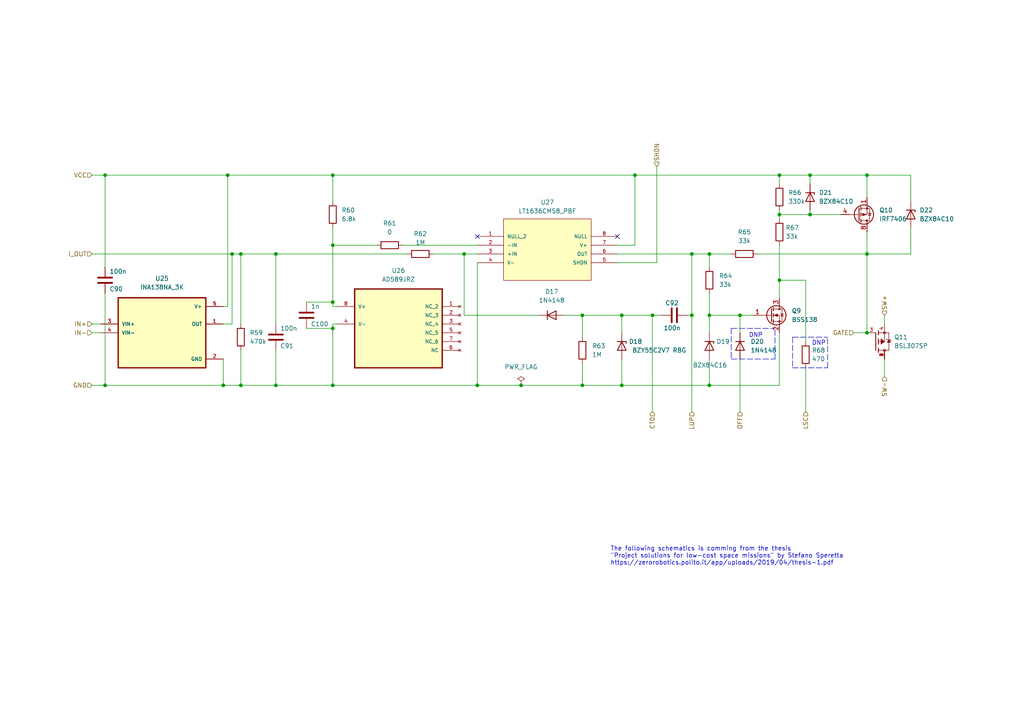
<source format=kicad_sch>
(kicad_sch (version 20211123) (generator eeschema)
  (paper "A4")
  (lib_symbols
    (symbol "Device:C" (pin_numbers hide) (pin_names (offset 0.254))
      (property "Reference" "C" (at 0.635 2.54 0))
      (property "Value" "C" (at 0.635 -2.54 0))
      (symbol "C_0_1"
        (polyline (pts (xy -2.032 -0.762) (xy 2.032 -0.762)) (stroke (width 0.508)))
        (polyline (pts (xy -2.032 0.762) (xy 2.032 0.762)) (stroke (width 0.508)))
      )
      (symbol "C_1_1"
        (pin passive line (at 0 3.81 270) (length 2.794) (name "~") (number "1"))
        (pin passive line (at 0 -3.81 90) (length 2.794) (name "~") (number "2"))
      )
    )
    (symbol "Device:D_Zener" (pin_numbers hide) (pin_names (offset 1.016) hide)
      (property "Reference" "D" (at 0 2.54 0))
      (property "Value" "D_Zener" (at 0 -2.54 0))
      (symbol "D_Zener_0_1"
        (polyline (pts (xy 1.27 0) (xy -1.27 0)))
        (polyline (pts (xy -1.27 -1.27) (xy -1.27 1.27) (xy -0.762 1.27)) (stroke (width 0.254)))
        (polyline (pts (xy 1.27 -1.27) (xy 1.27 1.27) (xy -1.27 0) (xy 1.27 -1.27)) (stroke (width 0.254)))
      )
      (symbol "D_Zener_1_1"
        (pin passive line (at -3.81 0 0) (length 2.54) (name "K") (number "1"))
        (pin passive line (at 3.81 0 180) (length 2.54) (name "A") (number "2"))
      )
    )
    (symbol "Device:R" (pin_numbers hide) (pin_names (offset 0))
      (property "Reference" "R" (at 2.032 0 90))
      (property "Value" "R" (at 0 0 90))
      (symbol "R_0_1"
        (rectangle (start -1.016 -2.54) (end 1.016 2.54) (stroke (width 0.254)))
      )
      (symbol "R_1_1"
        (pin passive line (at 0 3.81 270) (length 1.27) (name "~") (number "1"))
        (pin passive line (at 0 -3.81 90) (length 1.27) (name "~") (number "2"))
      )
    )
    (symbol "Diode:1N4148" (pin_numbers hide) (pin_names hide)
      (property "Reference" "D" (at 0 2.54 0))
      (property "Value" "1N4148" (at 0 -2.54 0))
      (symbol "1N4148_0_1"
        (polyline (pts (xy -1.27 1.27) (xy -1.27 -1.27)) (stroke (width 0.254)))
        (polyline (pts (xy 1.27 0) (xy -1.27 0)))
        (polyline (pts (xy 1.27 1.27) (xy 1.27 -1.27) (xy -1.27 0) (xy 1.27 1.27)) (stroke (width 0.254)))
      )
      (symbol "1N4148_1_1"
        (pin passive line (at -3.81 0 0) (length 2.54) (name "K") (number "1"))
        (pin passive line (at 3.81 0 180) (length 2.54) (name "A") (number "2"))
      )
    )
    (symbol "Diode:BZX84Cxx" (pin_numbers hide) (pin_names hide)
      (property "Reference" "D" (at 0 3.81 0))
      (property "Value" "BZX84Cxx" (at 0 -3.81 0))
      (symbol "BZX84Cxx_0_1"
        (polyline (pts (xy 1.27 0) (xy -1.27 0)))
        (polyline (pts (xy -1.27 -1.27) (xy -1.27 1.27) (xy -0.762 1.27)) (stroke (width 0.254)))
        (polyline (pts (xy 1.27 -1.27) (xy 1.27 1.27) (xy -1.27 0) (xy 1.27 -1.27)) (stroke (width 0.254)))
      )
      (symbol "BZX84Cxx_1_1"
        (pin passive line (at 3.81 0 180) (length 2.54) (name "A") (number "1"))
        (pin no_connect line (at 1.27 0 180) (length 2.54) hide (name "NC") (number "2"))
        (pin passive line (at -3.81 0 0) (length 2.54) (name "K") (number "3"))
      )
    )
    (symbol "STS1_COBC_V2-rescue:AD589JRZ" (pin_names (offset 1.016))
      (property "Reference" "U" (at -4.4001 9.8176 0))
      (property "Value" "AD589JRZ" (at -6.2314 -18.7959 0))
      (symbol "AD589JRZ_0_0"
        (rectangle (start -12.7 -15.24) (end 12.7 7.62) (stroke (width 0.4064)) (fill (type background)))
        (pin no_connect line (at 17.78 2.54 180) (length 5.08) (name "NC_2") (number "1"))
        (pin no_connect line (at 17.78 0 180) (length 5.08) (name "NC_3") (number "2"))
        (pin no_connect line (at 17.78 -2.54 180) (length 5.08) (name "NC_4") (number "3"))
        (pin power_in line (at -17.78 -2.54 0) (length 5.08) (name "V-") (number "4"))
        (pin no_connect line (at 17.78 -5.08 180) (length 5.08) (name "NC_5") (number "5"))
        (pin no_connect line (at 17.78 -10.16 180) (length 5.08) (name "NC") (number "6"))
        (pin no_connect line (at 17.78 -7.62 180) (length 5.08) (name "NC_6") (number "7"))
        (pin power_in line (at -17.78 2.54 0) (length 5.08) (name "V+") (number "8"))
      )
    )
    (symbol "STS1_COBC_V2-rescue:BSL307SP" (pin_names (offset 1.016))
      (property "Reference" "Q" (at -11.43 -1.27 0))
      (property "Value" "BSL307SP" (at -11.43 -3.81 0))
      (symbol "BSL307SP_0_0"
        (polyline (pts (xy 0 -2.54) (xy 0 2.54)) (stroke (width 0.254)))
        (polyline (pts (xy 0.762 -3.175) (xy 0.762 -2.54)) (stroke (width 0.254)))
        (polyline (pts (xy 0.762 -2.54) (xy 0.762 -1.905)) (stroke (width 0.254)))
        (polyline (pts (xy 0.762 -2.54) (xy 3.81 -2.54)) (stroke (width 0.1524)))
        (polyline (pts (xy 0.762 -0.762) (xy 0.762 0)) (stroke (width 0.254)))
        (polyline (pts (xy 0.762 0) (xy 0.762 0.762)) (stroke (width 0.254)))
        (polyline (pts (xy 0.762 0) (xy 2.54 0)) (stroke (width 0.1524)))
        (polyline (pts (xy 0.762 1.905) (xy 0.762 2.54)) (stroke (width 0.254)))
        (polyline (pts (xy 0.762 2.54) (xy 0.762 3.175)) (stroke (width 0.254)))
        (polyline (pts (xy 2.54 0) (xy 2.54 2.54)) (stroke (width 0.1524)))
        (polyline (pts (xy 2.54 2.54) (xy 0.762 2.54)) (stroke (width 0.1524)))
        (polyline (pts (xy 2.54 2.54) (xy 3.81 2.54)) (stroke (width 0.1524)))
        (polyline (pts (xy 3.048 0.762) (xy 3.302 0.508)) (stroke (width 0.1524)))
        (polyline (pts (xy 3.302 0.508) (xy 3.81 0.508)) (stroke (width 0.1524)))
        (polyline (pts (xy 3.81 -2.54) (xy 3.81 0.508)) (stroke (width 0.1524)))
        (polyline (pts (xy 3.81 0.508) (xy 3.81 2.54)) (stroke (width 0.1524)))
        (polyline (pts (xy 3.81 0.508) (xy 4.318 0.508)) (stroke (width 0.1524)))
        (polyline (pts (xy 4.318 0.508) (xy 4.572 0.254)) (stroke (width 0.1524)))
        (polyline (pts (xy 2.54 0) (xy 1.524 0.762) (xy 1.524 -0.762) (xy 2.54 0)) (stroke (width 0.1524)) (fill (type outline)))
        (polyline (pts (xy 3.81 0.508) (xy 4.318 -0.254) (xy 3.302 -0.254) (xy 3.81 0.508)) (stroke (width 0.1524)) (fill (type outline)))
        (circle (center 2.54 -2.54) (radius 0.3592))
        (circle (center 2.54 2.54) (radius 0.3592))
        (pin passive line (at 2.54 -5.08 90) (length 2.54) (name "~") (number "1"))
        (pin passive line (at 2.54 -5.08 90) (length 2.54) (name "~") (number "2"))
        (pin passive line (at -2.54 2.54 0) (length 2.54) (name "~") (number "3"))
        (pin passive line (at 2.54 5.08 270) (length 2.54) (name "~") (number "4"))
        (pin passive line (at 2.54 -5.08 90) (length 2.54) (name "~") (number "5"))
        (pin passive line (at 2.54 -5.08 90) (length 2.54) (name "~") (number "6"))
      )
    )
    (symbol "STS1_COBC_V2-rescue:INA138NA_3K" (pin_names (offset 1.016))
      (property "Reference" "U" (at -12.7 11.16 0))
      (property "Value" "INA138NA_3K" (at -12.7 -14.16 0))
      (symbol "INA138NA_3K_0_0"
        (rectangle (start -12.7 -10.16) (end 12.7 10.16) (stroke (width 0.41)) (fill (type background)))
        (pin output line (at 17.78 2.54 180) (length 5.08) (name "OUT") (number "1"))
        (pin power_in line (at 17.78 -7.62 180) (length 5.08) (name "GND") (number "2"))
        (pin input line (at -17.78 2.54 0) (length 5.08) (name "VIN+") (number "3"))
        (pin input line (at -17.78 0 0) (length 5.08) (name "VIN-") (number "4"))
        (pin power_in line (at 17.78 7.62 180) (length 5.08) (name "V+") (number "5"))
      )
    )
    (symbol "STS1_COBC_V2-rescue:LT1636CMS8_PBF" (pin_names (offset 1.016))
      (property "Reference" "U" (at 15.6227 9.1344 0))
      (property "Value" "LT1636CMS8_PBF" (at 14.9837 6.5888 0))
      (symbol "LT1636CMS8_PBF_0_0"
        (rectangle (start 7.62 -12.7) (end 33.02 5.08) (stroke (width 0.1524)) (fill (type background)))
        (pin passive line (at 0 0 0) (length 7.62) (name "NULL_2") (number "1"))
        (pin input line (at 0 -2.54 0) (length 7.62) (name "-IN") (number "2"))
        (pin input line (at 0 -5.08 0) (length 7.62) (name "+IN") (number "3"))
        (pin power_in line (at 0 -7.62 0) (length 7.62) (name "V-") (number "4"))
        (pin passive line (at 40.64 -7.62 180) (length 7.62) (name "SHDN") (number "5"))
        (pin tri_state line (at 40.64 -5.08 180) (length 7.62) (name "OUT") (number "6"))
        (pin power_in line (at 40.64 -2.54 180) (length 7.62) (name "V+") (number "7"))
        (pin passive line (at 40.64 0 180) (length 7.62) (name "NULL") (number "8"))
      )
    )
    (symbol "Transistor_FET:BSS138" (pin_names hide)
      (property "Reference" "Q" (at 5.08 1.905 0))
      (property "Value" "BSS138" (at 5.08 0 0))
      (symbol "BSS138_0_1"
        (polyline (pts (xy 0.254 0) (xy -2.54 0)))
        (polyline (pts (xy 0.254 1.905) (xy 0.254 -1.905)) (stroke (width 0.254)))
        (polyline (pts (xy 0.762 -1.27) (xy 0.762 -2.286)) (stroke (width 0.254)))
        (polyline (pts (xy 0.762 0.508) (xy 0.762 -0.508)) (stroke (width 0.254)))
        (polyline (pts (xy 0.762 2.286) (xy 0.762 1.27)) (stroke (width 0.254)))
        (polyline (pts (xy 2.54 2.54) (xy 2.54 1.778)))
        (polyline (pts (xy 2.54 -2.54) (xy 2.54 0) (xy 0.762 0)))
        (polyline (pts (xy 0.762 -1.778) (xy 3.302 -1.778) (xy 3.302 1.778) (xy 0.762 1.778)))
        (polyline (pts (xy 1.016 0) (xy 2.032 0.381) (xy 2.032 -0.381) (xy 1.016 0)) (fill (type outline)))
        (polyline (pts (xy 2.794 0.508) (xy 2.921 0.381) (xy 3.683 0.381) (xy 3.81 0.254)))
        (polyline (pts (xy 3.302 0.381) (xy 2.921 -0.254) (xy 3.683 -0.254) (xy 3.302 0.381)))
        (circle (center 1.651 0) (radius 2.794) (stroke (width 0.254)))
        (circle (center 2.54 -1.778) (radius 0.254) (fill (type outline)))
        (circle (center 2.54 1.778) (radius 0.254) (fill (type outline)))
      )
      (symbol "BSS138_1_1"
        (pin input line (at -5.08 0 0) (length 2.54) (name "G") (number "1"))
        (pin passive line (at 2.54 -5.08 90) (length 2.54) (name "S") (number "2"))
        (pin passive line (at 2.54 5.08 270) (length 2.54) (name "D") (number "3"))
      )
    )
    (symbol "Transistor_FET:IRF7404" (pin_names hide)
      (property "Reference" "Q" (at 5.08 1.905 0))
      (property "Value" "IRF7404" (at 5.08 0 0))
      (symbol "IRF7404_0_1"
        (polyline (pts (xy 0.254 0) (xy -2.54 0)))
        (polyline (pts (xy 0.254 1.905) (xy 0.254 -1.905)) (stroke (width 0.254)))
        (polyline (pts (xy 0.762 -1.27) (xy 0.762 -2.286)) (stroke (width 0.254)))
        (polyline (pts (xy 0.762 0.508) (xy 0.762 -0.508)) (stroke (width 0.254)))
        (polyline (pts (xy 0.762 2.286) (xy 0.762 1.27)) (stroke (width 0.254)))
        (polyline (pts (xy 2.54 2.54) (xy 2.54 1.778)))
        (polyline (pts (xy 2.54 -2.54) (xy 2.54 0) (xy 0.762 0)))
        (polyline (pts (xy 0.762 1.778) (xy 3.302 1.778) (xy 3.302 -1.778) (xy 0.762 -1.778)))
        (polyline (pts (xy 2.286 0) (xy 1.27 0.381) (xy 1.27 -0.381) (xy 2.286 0)) (fill (type outline)))
        (polyline (pts (xy 2.794 -0.508) (xy 2.921 -0.381) (xy 3.683 -0.381) (xy 3.81 -0.254)))
        (polyline (pts (xy 3.302 -0.381) (xy 2.921 0.254) (xy 3.683 0.254) (xy 3.302 -0.381)))
        (circle (center 1.651 0) (radius 2.794) (stroke (width 0.254)))
        (circle (center 2.54 -1.778) (radius 0.254) (fill (type outline)))
        (circle (center 2.54 1.778) (radius 0.254) (fill (type outline)))
      )
      (symbol "IRF7404_1_1"
        (pin passive line (at 2.54 -5.08 90) (length 2.54) (name "S") (number "1"))
        (pin passive line (at 2.54 -5.08 90) (length 2.54) hide (name "S") (number "2"))
        (pin passive line (at 2.54 -5.08 90) (length 2.54) hide (name "S") (number "3"))
        (pin passive line (at -5.08 0 0) (length 2.54) (name "G") (number "4"))
        (pin passive line (at 2.54 5.08 270) (length 2.54) hide (name "D") (number "5"))
        (pin passive line (at 2.54 5.08 270) (length 2.54) hide (name "D") (number "6"))
        (pin passive line (at 2.54 5.08 270) (length 2.54) hide (name "D") (number "7"))
        (pin passive line (at 2.54 5.08 270) (length 2.54) (name "D") (number "8"))
      )
    )
    (symbol "power:PWR_FLAG" (power) (pin_numbers hide) (pin_names (offset 0) hide)
      (property "Value" "PWR_FLAG" (at 0 3.81 0))
      (symbol "PWR_FLAG_0_0"
        (pin power_out line (at 0 0 90) (length 0) (name "pwr") (number "1"))
      )
      (symbol "PWR_FLAG_0_1"
        (polyline (pts (xy 0 0) (xy 0 1.27) (xy -1.016 1.905) (xy 0 2.54) (xy 1.016 1.905) (xy 0 1.27)))
      )
    )
  )
  (junction (at 205.74 111.76))
  (junction (at 200.66 73.66))
  (junction (at 214.63 91.44))
  (junction (at 96.52 50.8))
  (junction (at 180.34 91.44))
  (junction (at 69.85 111.76))
  (junction (at 134.62 73.66))
  (junction (at 96.52 71.12))
  (junction (at 251.46 96.52))
  (junction (at 226.06 50.8))
  (junction (at 151.13 111.76))
  (junction (at 234.95 50.8))
  (junction (at 138.43 111.76))
  (junction (at 64.77 111.76))
  (junction (at 96.52 95.25))
  (junction (at 205.74 91.44))
  (junction (at 30.48 111.76))
  (junction (at 80.01 73.66))
  (junction (at 69.85 73.66))
  (junction (at 168.91 111.76))
  (junction (at 96.52 111.76))
  (junction (at 168.91 91.44))
  (junction (at 200.66 91.44))
  (junction (at 251.46 73.66))
  (junction (at 180.34 111.76))
  (junction (at 226.06 62.23))
  (junction (at 67.31 73.66))
  (junction (at 96.52 87.63))
  (junction (at 189.23 91.44))
  (junction (at 30.48 50.8))
  (junction (at 234.95 62.23))
  (junction (at 251.46 50.8))
  (junction (at 66.04 50.8))
  (junction (at 226.06 81.28))
  (junction (at 80.01 111.76))
  (junction (at 205.74 73.66))
  (junction (at 184.15 50.8))
  (no_connect (at 179.07 68.58))
  (no_connect (at 138.43 68.58))
  (wire (pts (xy 69.85 111.76) (xy 64.77 111.76)))
  (wire (pts (xy 205.74 73.66) (xy 205.74 77.47)))
  (wire (pts (xy 184.15 50.8) (xy 226.06 50.8)))
  (wire (pts (xy 184.15 71.12) (xy 184.15 50.8)))
  (wire (pts (xy 64.77 93.98) (xy 67.31 93.98)))
  (wire (pts (xy 26.67 93.98) (xy 29.21 93.98)))
  (wire (pts (xy 168.91 111.76) (xy 180.34 111.76)))
  (wire (pts (xy 189.23 91.44) (xy 191.77 91.44)))
  (wire (pts (xy 205.74 73.66) (xy 212.09 73.66)))
  (wire (pts (xy 163.83 91.44) (xy 168.91 91.44)))
  (wire (pts (xy 69.85 73.66) (xy 80.01 73.66)))
  (wire (pts (xy 80.01 101.6) (xy 80.01 111.76)))
  (wire (pts (xy 199.39 91.44) (xy 200.66 91.44)))
  (wire (pts (xy 116.84 71.12) (xy 138.43 71.12)))
  (wire (pts (xy 30.48 50.8) (xy 30.48 77.47)))
  (wire (pts (xy 179.07 71.12) (xy 184.15 71.12)))
  (wire (pts (xy 179.07 76.2) (xy 190.5 76.2)))
  (wire (pts (xy 226.06 50.8) (xy 226.06 53.34)))
  (wire (pts (xy 96.52 71.12) (xy 109.22 71.12)))
  (wire (pts (xy 156.21 91.44) (xy 134.62 91.44)))
  (wire (pts (xy 256.54 104.14) (xy 256.54 109.22)))
  (wire (pts (xy 96.52 87.63) (xy 96.52 88.9)))
  (wire (pts (xy 67.31 93.98) (xy 67.31 73.66)))
  (polyline (pts (xy 229.87 97.79) (xy 240.03 97.79)))
  (wire (pts (xy 30.48 50.8) (xy 66.04 50.8)))
  (polyline (pts (xy 229.87 106.68) (xy 240.03 106.68)))
  (wire (pts (xy 226.06 60.96) (xy 226.06 62.23)))
  (wire (pts (xy 96.52 66.04) (xy 96.52 71.12)))
  (wire (pts (xy 234.95 50.8) (xy 234.95 53.34)))
  (wire (pts (xy 226.06 62.23) (xy 226.06 63.5)))
  (wire (pts (xy 256.54 91.44) (xy 256.54 93.98)))
  (wire (pts (xy 247.65 96.52) (xy 251.46 96.52)))
  (wire (pts (xy 67.31 73.66) (xy 69.85 73.66)))
  (wire (pts (xy 264.16 58.42) (xy 264.16 50.8)))
  (wire (pts (xy 226.06 71.12) (xy 226.06 81.28)))
  (wire (pts (xy 96.52 95.25) (xy 96.52 111.76)))
  (wire (pts (xy 88.9 87.63) (xy 96.52 87.63)))
  (wire (pts (xy 151.13 111.76) (xy 168.91 111.76)))
  (wire (pts (xy 69.85 111.76) (xy 80.01 111.76)))
  (wire (pts (xy 26.67 50.8) (xy 30.48 50.8)))
  (wire (pts (xy 214.63 104.14) (xy 214.63 119.38)))
  (wire (pts (xy 69.85 73.66) (xy 69.85 93.98)))
  (wire (pts (xy 134.62 91.44) (xy 134.62 73.66)))
  (wire (pts (xy 219.71 73.66) (xy 251.46 73.66)))
  (wire (pts (xy 168.91 91.44) (xy 180.34 91.44)))
  (polyline (pts (xy 212.09 95.25) (xy 212.09 104.14)))
  (wire (pts (xy 214.63 91.44) (xy 205.74 91.44)))
  (polyline (pts (xy 212.09 95.25) (xy 224.79 95.25)))
  (wire (pts (xy 189.23 91.44) (xy 189.23 119.38)))
  (wire (pts (xy 234.95 50.8) (xy 251.46 50.8)))
  (wire (pts (xy 30.48 85.09) (xy 30.48 111.76)))
  (wire (pts (xy 226.06 62.23) (xy 234.95 62.23)))
  (wire (pts (xy 96.52 93.98) (xy 96.52 95.25)))
  (wire (pts (xy 96.52 50.8) (xy 96.52 58.42)))
  (wire (pts (xy 96.52 50.8) (xy 184.15 50.8)))
  (wire (pts (xy 251.46 57.15) (xy 251.46 50.8)))
  (polyline (pts (xy 229.87 97.79) (xy 229.87 106.68)))
  (wire (pts (xy 180.34 91.44) (xy 180.34 96.52)))
  (wire (pts (xy 66.04 50.8) (xy 66.04 88.9)))
  (wire (pts (xy 214.63 91.44) (xy 218.44 91.44)))
  (wire (pts (xy 97.79 88.9) (xy 96.52 88.9)))
  (wire (pts (xy 168.91 105.41) (xy 168.91 111.76)))
  (wire (pts (xy 214.63 96.52) (xy 214.63 91.44)))
  (wire (pts (xy 251.46 73.66) (xy 264.16 73.66)))
  (wire (pts (xy 134.62 73.66) (xy 138.43 73.66)))
  (wire (pts (xy 200.66 73.66) (xy 205.74 73.66)))
  (wire (pts (xy 205.74 85.09) (xy 205.74 91.44)))
  (wire (pts (xy 97.79 93.98) (xy 96.52 93.98)))
  (wire (pts (xy 125.73 73.66) (xy 134.62 73.66)))
  (wire (pts (xy 205.74 111.76) (xy 226.06 111.76)))
  (wire (pts (xy 226.06 96.52) (xy 226.06 111.76)))
  (polyline (pts (xy 224.79 104.14) (xy 224.79 95.25)))
  (wire (pts (xy 138.43 111.76) (xy 151.13 111.76)))
  (wire (pts (xy 180.34 111.76) (xy 205.74 111.76)))
  (wire (pts (xy 80.01 73.66) (xy 118.11 73.66)))
  (wire (pts (xy 264.16 50.8) (xy 251.46 50.8)))
  (wire (pts (xy 80.01 111.76) (xy 96.52 111.76)))
  (wire (pts (xy 200.66 91.44) (xy 200.66 119.38)))
  (wire (pts (xy 69.85 101.6) (xy 69.85 111.76)))
  (wire (pts (xy 180.34 91.44) (xy 189.23 91.44)))
  (wire (pts (xy 205.74 104.14) (xy 205.74 111.76)))
  (wire (pts (xy 26.67 96.52) (xy 29.21 96.52)))
  (wire (pts (xy 226.06 50.8) (xy 234.95 50.8)))
  (wire (pts (xy 233.68 99.06) (xy 233.68 81.28)))
  (wire (pts (xy 168.91 91.44) (xy 168.91 97.79)))
  (wire (pts (xy 64.77 88.9) (xy 66.04 88.9)))
  (wire (pts (xy 96.52 111.76) (xy 138.43 111.76)))
  (wire (pts (xy 226.06 81.28) (xy 226.06 86.36)))
  (wire (pts (xy 66.04 50.8) (xy 96.52 50.8)))
  (polyline (pts (xy 212.09 104.14) (xy 224.79 104.14)))
  (polyline (pts (xy 240.03 106.68) (xy 240.03 97.79)))
  (wire (pts (xy 96.52 71.12) (xy 96.52 87.63)))
  (wire (pts (xy 251.46 96.52) (xy 251.46 73.66)))
  (wire (pts (xy 80.01 73.66) (xy 80.01 93.98)))
  (wire (pts (xy 180.34 104.14) (xy 180.34 111.76)))
  (wire (pts (xy 234.95 62.23) (xy 234.95 60.96)))
  (wire (pts (xy 138.43 76.2) (xy 138.43 111.76)))
  (wire (pts (xy 226.06 81.28) (xy 233.68 81.28)))
  (wire (pts (xy 233.68 106.68) (xy 233.68 119.38)))
  (wire (pts (xy 26.67 73.66) (xy 67.31 73.66)))
  (wire (pts (xy 190.5 76.2) (xy 190.5 48.26)))
  (wire (pts (xy 264.16 66.04) (xy 264.16 73.66)))
  (wire (pts (xy 64.77 104.14) (xy 64.77 111.76)))
  (wire (pts (xy 200.66 73.66) (xy 200.66 91.44)))
  (wire (pts (xy 234.95 62.23) (xy 243.84 62.23)))
  (wire (pts (xy 205.74 91.44) (xy 205.74 96.52)))
  (wire (pts (xy 251.46 67.31) (xy 251.46 73.66)))
  (wire (pts (xy 88.9 95.25) (xy 96.52 95.25)))
  (wire (pts (xy 179.07 73.66) (xy 200.66 73.66)))
  (wire (pts (xy 30.48 111.76) (xy 64.77 111.76)))
  (wire (pts (xy 26.67 111.76) (xy 30.48 111.76)))
  (text "DNP" (at 235.458 100.33 0) (effects (font (size 1.27 1.27)) (justify left bottom)))
  (text "DNP" (at 217.17 98.044 0) (effects (font (size 1.27 1.27)) (justify left bottom)))
  (text "The following schematics is comming from the thesis\n\"Project solutions for low-cost space missions\" by Stefano Speretta\nhttps://zerorobotics.polito.it/app/uploads/2019/04/thesis-1.pdf" (at 177.038 164.084 0) (effects (font (size 1.27 1.27)) (justify left bottom)))
  (hierarchical_label "OFF" (shape input) (at 214.63 119.38 270))
  (hierarchical_label "LUP" (shape input) (at 200.66 119.38 270))
  (hierarchical_label "GATE" (shape input) (at 247.65 96.52 180))
  (hierarchical_label "SW+" (shape input) (at 256.54 91.44 90))
  (hierarchical_label "GND" (shape input) (at 26.67 111.76 180))
  (hierarchical_label "VCC" (shape input) (at 26.67 50.8 180))
  (hierarchical_label "IN+" (shape input) (at 26.67 93.98 180))
  (hierarchical_label "CT0" (shape input) (at 189.23 119.38 270))
  (hierarchical_label "LSC" (shape input) (at 233.68 119.38 270))
  (hierarchical_label "SHDN" (shape input) (at 190.5 48.26 90))
  (hierarchical_label "SW-" (shape input) (at 256.54 109.22 270))
  (hierarchical_label "IN-" (shape input) (at 26.67 96.52 180))
  (hierarchical_label "I_OUT" (shape input) (at 26.67 73.66 180))
  (symbol (lib_id "STS1_COBC_V2-rescue:INA138NA_3K") (at 46.99 96.52 0) (unit 1)
    (property "Reference" "U25" (at 46.99 80.772 0))
    (property "Value" "INA138NA_3K" (at 46.99 83.312 0))
    (property "Footprint" "Package_TO_SOT_SMD:SOT-23-5" (effects hide))
    (property "MF" "Texas Instruments" (effects hide))
    (property "Description" "2.7 to 36V, 800kHz Variable gain current sense amplifier" (effects hide))
    (property "Package" "SOT-23-5 Texas Instruments" (effects hide))
    (property "Price" "None" (effects hide))
    (property "SnapEDA_Link" "https://www.snapeda.com/parts/INA138NA/3K/Texas+Instruments/view-part/?ref=snap" (effects hide))
    (property "MP" "INA138NA/3K" (effects hide))
    (property "Purchase-URL" "https://www.snapeda.com/api/url_track_click_mouser/?unipart_id=11314&manufacturer=Texas Instruments&part_name=INA138NA/3K&search_term=ina138na/3k" (effects hide))
    (property "Availability" "In Stock" (effects hide))
    (property "Check_prices" "https://www.snapeda.com/parts/INA138NA/3K/Texas+Instruments/view-part/?ref=eda" (effects hide))
    (property "Manufacturer_Part_Number" "INA138NA/3K " (effects hide))
    (property "JLCPCB Part #" "C47914" (effects hide))
  )
  (symbol (lib_id "Diode:BZX84Cxx") (at 234.95 57.15 270) (unit 1)
    (property "Reference" "D21" (at 237.49 55.8799 90) (effects (justify left)))
    (property "Value" "BZX84C10" (at 237.49 58.4199 90) (effects (justify left)))
    (property "Footprint" "Package_TO_SOT_SMD:SOT-23" (effects hide))
    (property "Datasheet" "https://diotec.com/tl_files/diotec/files/pdf/datasheets/bzx84c2v4.pdf" (effects hide))
    (property "Manufacturer_Part_Number" "BZX84-C10,235" (effects hide))
    (property "JLCPCB Part #" "C550933" (effects hide))
  )
  (symbol (lib_id "Device:R") (at 226.06 67.31 180) (unit 1)
    (property "Reference" "R67" (at 227.838 66.0399 0) (effects (justify right)))
    (property "Value" "33k" (at 227.838 68.5799 0) (effects (justify right)))
    (property "Footprint" "Resistor_SMD:R_0603_1608Metric" (effects hide))
    (property "JLCPCB Part #" "C4220470" (effects hide))
    (property "Manufacturer_Part_Number" "ERJ-H3EF3302V" (effects hide))
  )
  (symbol (lib_id "Diode:BZX84Cxx") (at 205.74 100.33 270) (unit 1)
    (property "Reference" "D19" (at 207.772 99.0599 90) (effects (justify left)))
    (property "Value" "BZX84C16" (at 200.914 105.918 90) (effects (justify left)))
    (property "Footprint" "Package_TO_SOT_SMD:SOT-23" (effects hide))
    (property "Datasheet" "https://diotec.com/tl_files/diotec/files/pdf/datasheets/bzx84c2v4.pdf" (effects hide))
    (property "Manufacturer_Part_Number" "BZX84-C16,215" (effects hide))
    (property "JLCPCB Part #" "C131660" (effects hide))
  )
  (symbol (lib_id "Device:C") (at 88.9 91.44 180) (unit 1)
    (property "Reference" "C100" (at 90.17 93.98 0) (effects (justify right)))
    (property "Value" "1n" (at 90.17 88.9 0) (effects (justify right)))
    (property "Footprint" "Capacitor_SMD:C_0603_1608Metric" (effects hide))
  )
  (symbol (lib_id "Device:C") (at 30.48 81.28 180) (unit 1)
    (property "Reference" "C90" (at 31.75 83.82 0) (effects (justify right)))
    (property "Value" "100n" (at 31.75 78.74 0) (effects (justify right)))
    (property "Footprint" "Capacitor_SMD:C_0603_1608Metric" (effects hide))
    (property "JLCPCB Part #" "C1591" (effects hide))
    (property "Manufacturer_Part_Number" "CL10B104KB8NNNC " (effects hide))
  )
  (symbol (lib_id "Device:R") (at 69.85 97.79 0) (unit 1)
    (property "Reference" "R59" (at 72.39 96.5199 0) (effects (justify left)))
    (property "Value" "470k" (at 72.39 99.0599 0) (effects (justify left)))
    (property "Footprint" "Resistor_SMD:R_0603_1608Metric" (effects hide))
    (property "JLCPCB Part #" "C327839" (effects hide))
    (property "Manufacturer_Part_Number" "MR06X4703FTL " (effects hide))
  )
  (symbol (lib_id "Device:R") (at 226.06 57.15 180) (unit 1)
    (property "Reference" "R66" (at 228.6 55.8799 0) (effects (justify right)))
    (property "Value" "330k" (at 228.6 58.4199 0) (effects (justify right)))
    (property "Footprint" "Resistor_SMD:R_0603_1608Metric" (effects hide))
    (property "Manufacturer_Part_Number" "MR06X3303FTL " (effects hide))
  )
  (symbol (lib_id "Device:D_Zener") (at 180.34 100.33 270) (unit 1)
    (property "Reference" "D18" (at 182.372 99.0599 90) (effects (justify left)))
    (property "Value" " BZY55C2V7 RBG " (at 182.372 101.5999 90) (effects (justify left)))
    (property "Footprint" "Diode_SMD:D_0805_2012Metric" (effects hide))
    (property "Manufacturer_Part_Number" "BZY55C2V7 RBG" (effects hide))
  )
  (symbol (lib_id "Device:C") (at 80.01 97.79 180) (unit 1)
    (property "Reference" "C91" (at 81.28 100.33 0) (effects (justify right)))
    (property "Value" "100n" (at 81.28 95.25 0) (effects (justify right)))
    (property "Footprint" "Capacitor_SMD:C_0603_1608Metric" (effects hide))
    (property "JLCPCB Part #" "C1591" (effects hide))
    (property "Manufacturer_Part_Number" "CL10B104KB8NNNC " (effects hide))
  )
  (symbol (lib_id "STS1_COBC_V2-rescue:LT1636CMS8_PBF") (at 138.43 68.58 0) (unit 1)
    (property "Reference" "U27" (at 158.75 58.674 0))
    (property "Value" "LT1636CMS8_PBF" (at 158.75 61.214 0))
    (property "Footprint" "Package_SO:MSOP-8_3x3mm_P0.65mm" (effects hide))
    (property "DIGIKEY_PART_NUMBER" "LT1636CMS8#PBFND" (effects hide))
    (property "MF" "Analog Devices" (effects hide))
    (property "VENDOR" "Linear Technology" (effects hide))
    (property "Description" "Over-The-Top Micropower Rail-to-Rail Input and Output Op Amp" (effects hide))
    (property "COPYRIGHT" "Copyright C 2016 Accelerated Designs. All rights reserved" (effects hide))
    (property "Package" "MSOP-8 Analog Devices" (effects hide))
    (property "Price" "None" (effects hide))
    (property "Check_prices" "https://www.snapeda.com/parts/LT1636CMS8%23PBF/Analog+Devices/view-part/?ref=eda" (effects hide))
    (property "SnapEDA_Link" "https://www.snapeda.com/parts/LT1636CMS8%23PBF/Analog+Devices/view-part/?ref=snap" (effects hide))
    (property "MP" "LT1636CMS8#PBF" (effects hide))
    (property "Purchase-URL" "https://www.snapeda.com/api/url_track_click_mouser/?unipart_id=4336528&manufacturer=Analog Devices&part_name=LT1636CMS8#PBF&search_term=lt1636cms8#pbf" (effects hide))
    (property "Availability" "In Stock" (effects hide))
    (property "Manufacturer_Part_Number" "LT1636CMS8#PBF" (effects hide))
    (property "JLCPCB Part #" "C579794" (effects hide))
  )
  (symbol (lib_id "Device:C") (at 195.58 91.44 270) (unit 1)
    (property "Reference" "C92" (at 196.85 87.884 90) (effects (justify right)))
    (property "Value" "100n" (at 197.4472 95.1308 90) (effects (justify right)))
    (property "Footprint" "Capacitor_SMD:C_0603_1608Metric" (effects hide))
    (property "JLCPCB Part #" "C1591" (effects hide))
    (property "Manufacturer_Part_Number" "CL10B104KB8NNNC " (effects hide))
  )
  (symbol (lib_id "Device:R") (at 121.92 73.66 90) (unit 1)
    (property "Reference" "R62" (at 121.92 67.818 90))
    (property "Value" "1M" (at 121.92 70.358 90))
    (property "Footprint" "Resistor_SMD:R_0603_1608Metric" (effects hide))
    (property "Manufacturer_Part_Number" "MR06X1004FTL " (effects hide))
  )
  (symbol (lib_id "Transistor_FET:IRF7404") (at 248.92 62.23 0) (mirror x) (unit 1)
    (property "Reference" "Q10" (at 255.016 60.9599 0) (effects (justify left)))
    (property "Value" "IRF7406" (at 255.016 63.4999 0) (effects (justify left)))
    (property "Footprint" "Package_SO:SOIC-8_3.9x4.9mm_P1.27mm" (effects hide))
    (property "Manufacturer_Part_Number" "IRF7406TRPBF " (effects hide))
    (property "JLCPCB Part #" "C169769" (effects hide))
  )
  (symbol (lib_id "Device:R") (at 113.03 71.12 90) (unit 1)
    (property "Reference" "R61" (at 113.03 64.77 90))
    (property "Value" "0" (at 113.03 67.31 90))
    (property "Footprint" "Resistor_SMD:R_0603_1608Metric" (effects hide))
    (property "JLCPCB Part #" "C4117710" (effects hide))
    (property "Manufacturer_Part_Number" "ERJ-H3G0R00V" (effects hide))
  )
  (symbol (lib_id "power:PWR_FLAG") (at 151.13 111.76 0) (unit 1)
    (property "Reference" "#FLG0103" (effects hide))
    (property "Value" "PWR_FLAG" (at 151.13 106.426 0))
  )
  (symbol (lib_id "STS1_COBC_V2-rescue:AD589JRZ") (at 115.57 91.44 0) (unit 1)
    (property "Reference" "U26" (at 115.57 78.486 0))
    (property "Value" "AD589JRZ" (at 115.57 81.026 0))
    (property "Footprint" "Package_SO:SOIC-8_3.9x4.9mm_P1.27mm" (effects hide))
    (property "MF" "Analog Devices" (effects hide))
    (property "Description" "Two-Terminal IC 1.2 V Reference" (effects hide))
    (property "PACKAGE" "SOIC-8" (effects hide))
    (property "MPN" "AD589JRZ" (effects hide))
    (property "Price" "None" (effects hide))
    (property "Package" "SOIC-8 Analog Devices" (effects hide))
    (property "OC_FARNELL" "-" (effects hide))
    (property "SnapEDA_Link" "https://www.snapeda.com/parts/AD589JRZ-REEL/Analog+Devices/view-part/?ref=snap" (effects hide))
    (property "MP" "AD589JRZ-REEL" (effects hide))
    (property "Purchase-URL" "https://www.snapeda.com/api/url_track_click_mouser/?unipart_id=1225760&manufacturer=Analog Devices&part_name=AD589JRZ-REEL&search_term= ad589jrz" (effects hide))
    (property "SUPPLIER" "ANALOG DEVICES" (effects hide))
    (property "OC_NEWARK" "59K4339" (effects hide))
    (property "Availability" "In Stock" (effects hide))
    (property "Check_prices" "https://www.snapeda.com/parts/AD589JRZ-REEL/Analog+Devices/view-part/?ref=eda" (effects hide))
    (property "Manufacturer_Part_Number" "AD589JRZ-REEL " (effects hide))
    (property "JLCPCB Part #" "C207416" (effects hide))
  )
  (symbol (lib_id "Device:R") (at 233.68 102.87 180) (unit 1) (in_bom no) (on_board no)
    (property "Reference" "R68" (at 235.458 101.5999 0) (effects (justify right)))
    (property "Value" "470" (at 235.458 104.1399 0) (effects (justify right)))
    (property "Footprint" "Resistor_SMD:R_0603_1608Metric" (effects hide))
  )
  (symbol (lib_id "Device:R") (at 205.74 81.28 0) (unit 1)
    (property "Reference" "R64" (at 208.534 80.0099 0) (effects (justify left)))
    (property "Value" "33k" (at 208.534 82.5499 0) (effects (justify left)))
    (property "Footprint" "Resistor_SMD:R_0603_1608Metric" (effects hide))
    (property "JLCPCB Part #" "C4220470" (effects hide))
    (property "Manufacturer_Part_Number" "ERJ-H3EF3302V" (effects hide))
  )
  (symbol (lib_id "Diode:BZX84Cxx") (at 264.16 62.23 270) (unit 1)
    (property "Reference" "D22" (at 266.7 60.9599 90) (effects (justify left)))
    (property "Value" "BZX84C10" (at 266.7 63.4999 90) (effects (justify left)))
    (property "Footprint" "Package_TO_SOT_SMD:SOT-23" (effects hide))
    (property "Datasheet" "https://diotec.com/tl_files/diotec/files/pdf/datasheets/bzx84c2v4.pdf" (effects hide))
    (property "Manufacturer_Part_Number" "BZX84-C10,235" (effects hide))
    (property "JLCPCB Part #" "C550933" (effects hide))
  )
  (symbol (lib_id "Diode:1N4148") (at 160.02 91.44 0) (unit 1)
    (property "Reference" "D17" (at 160.02 84.582 0))
    (property "Value" "1N4148" (at 160.02 87.122 0))
    (property "Footprint" "Diode_SMD:D_SOD-123" (effects hide))
    (property "Datasheet" "https://assets.nexperia.com/documents/data-sheet/1N4148_1N4448.pdf" (effects hide))
    (property "Manufacturer_Part_Number" "1N4148W-7-F " (effects hide))
    (property "JLCPCB Part #" "C83528" (effects hide))
  )
  (symbol (lib_id "STS1_COBC_V2-rescue:BSL307SP") (at 254 99.06 0) (unit 1)
    (property "Reference" "Q11" (at 259.334 97.7899 0) (effects (justify left)))
    (property "Value" "BSL307SP" (at 259.334 100.3299 0) (effects (justify left)))
    (property "Footprint" "Package_SO:TSOP-6_1.65x3.05mm_P0.95mm" (effects hide))
    (property "MF" "Infineon Technologies" (effects hide))
    (property "Description" "P-Channel 30 V 5.5A (Ta) 2W (Ta) Surface Mount PG-TSOP-6-1" (effects hide))
    (property "Package" "TSOT-23-6 Infineon" (effects hide))
    (property "Price" "None" (effects hide))
    (property "SnapEDA_Link" "https://www.snapeda.com/parts/BSL307SP/Infineon+Technologies/view-part/?ref=snap" (effects hide))
    (property "MP" "BSL307SP" (effects hide))
    (property "Purchase-URL" "https://www.snapeda.com/api/url_track_click_mouser/?unipart_id=578225&manufacturer=Infineon Technologies&part_name=BSL307SP&search_term=None" (effects hide))
    (property "Availability" "In Stock" (effects hide))
    (property "Check_prices" "https://www.snapeda.com/parts/BSL307SP/Infineon+Technologies/view-part/?ref=eda" (effects hide))
    (property "Manufacturer_Part_Number" "BSL307SP H6327" (effects hide))
    (property "JLCPCB Part #" "C534457" (effects hide))
  )
  (symbol (lib_id "Transistor_FET:BSS138") (at 223.52 91.44 0) (unit 1)
    (property "Reference" "Q9" (at 229.616 90.1699 0) (effects (justify left)))
    (property "Value" "BSS138" (at 229.616 92.7099 0) (effects (justify left)))
    (property "Footprint" "Package_TO_SOT_SMD:SOT-23" (effects hide))
    (property "Datasheet" "https://www.onsemi.com/pub/Collateral/BSS138-D.PDF" (effects hide))
    (property "Manufacturer_Part_Number" "BSS138 " (effects hide))
    (property "JLCPCB Part #" "C52895" (effects hide))
  )
  (symbol (lib_id "Device:R") (at 168.91 101.6 0) (unit 1)
    (property "Reference" "R63" (at 171.704 100.3299 0) (effects (justify left)))
    (property "Value" "1M" (at 171.704 102.8699 0) (effects (justify left)))
    (property "Footprint" "Resistor_SMD:R_0603_1608Metric" (effects hide))
    (property "Manufacturer_Part_Number" "MR06X1004FTL " (effects hide))
  )
  (symbol (lib_id "Device:R") (at 96.52 62.23 0) (unit 1)
    (property "Reference" "R60" (at 99.06 60.9599 0) (effects (justify left)))
    (property "Value" "6.8k" (at 99.06 63.4999 0) (effects (justify left)))
    (property "Footprint" "Resistor_SMD:R_0603_1608Metric" (effects hide))
  )
  (symbol (lib_id "Device:R") (at 215.9 73.66 90) (unit 1)
    (property "Reference" "R65" (at 215.9 67.31 90))
    (property "Value" "33k" (at 215.9 69.85 90))
    (property "Footprint" "Resistor_SMD:R_0603_1608Metric" (effects hide))
    (property "JLCPCB Part #" "C4220470" (effects hide))
    (property "Manufacturer_Part_Number" "ERJ-H3EF3302V" (effects hide))
  )
  (symbol (lib_id "Diode:1N4148") (at 214.63 100.33 270) (unit 1) (in_bom no) (on_board no)
    (property "Reference" "D20" (at 217.678 99.0599 90) (effects (justify left)))
    (property "Value" "1N4148" (at 217.678 101.5999 90) (effects (justify left)))
    (property "Footprint" "Diode_SMD:D_SOD-123" (effects hide))
    (property "Datasheet" "https://assets.nexperia.com/documents/data-sheet/1N4148_1N4448.pdf" (effects hide))
    (property "Manufacturer_Part_Number" "1N4148W-7-F " (effects hide))
    (property "JLCPCB Part #" "C83528" (effects hide))
  )
)
</source>
